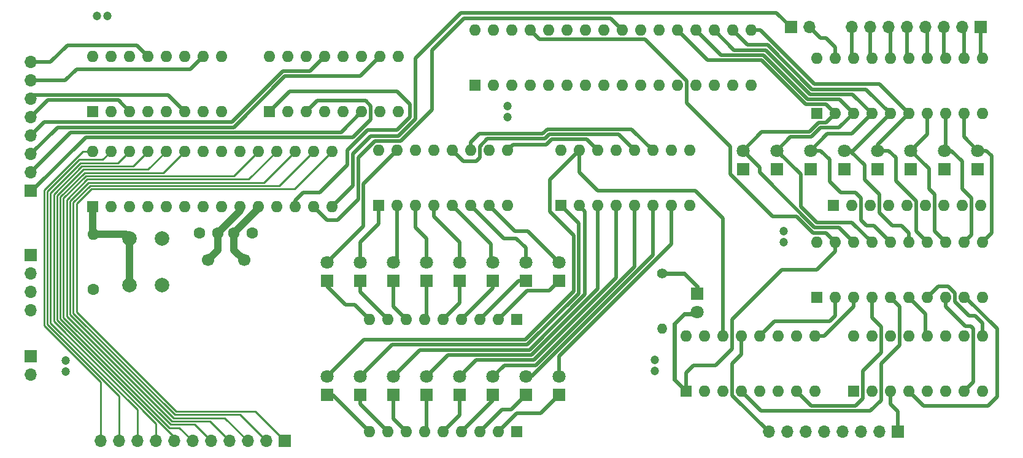
<source format=gbr>
%TF.GenerationSoftware,KiCad,Pcbnew,(5.1.9-0-10_14)*%
%TF.CreationDate,2021-05-02T01:57:54-04:00*%
%TF.ProjectId,RAM_PROGRAMMER,52414d5f-5052-44f4-9752-414d4d45522e,rev?*%
%TF.SameCoordinates,Original*%
%TF.FileFunction,Copper,L1,Top*%
%TF.FilePolarity,Positive*%
%FSLAX46Y46*%
G04 Gerber Fmt 4.6, Leading zero omitted, Abs format (unit mm)*
G04 Created by KiCad (PCBNEW (5.1.9-0-10_14)) date 2021-05-02 01:57:54*
%MOMM*%
%LPD*%
G01*
G04 APERTURE LIST*
%TA.AperFunction,ComponentPad*%
%ADD10O,1.400000X1.400000*%
%TD*%
%TA.AperFunction,ComponentPad*%
%ADD11C,1.400000*%
%TD*%
%TA.AperFunction,ComponentPad*%
%ADD12C,1.800000*%
%TD*%
%TA.AperFunction,ComponentPad*%
%ADD13R,1.800000X1.800000*%
%TD*%
%TA.AperFunction,ComponentPad*%
%ADD14O,1.700000X1.700000*%
%TD*%
%TA.AperFunction,ComponentPad*%
%ADD15R,1.700000X1.700000*%
%TD*%
%TA.AperFunction,ComponentPad*%
%ADD16C,1.200000*%
%TD*%
%TA.AperFunction,ComponentPad*%
%ADD17O,1.600000X1.600000*%
%TD*%
%TA.AperFunction,ComponentPad*%
%ADD18R,1.600000X1.600000*%
%TD*%
%TA.AperFunction,ComponentPad*%
%ADD19C,1.700000*%
%TD*%
%TA.AperFunction,ComponentPad*%
%ADD20C,2.000000*%
%TD*%
%TA.AperFunction,ComponentPad*%
%ADD21C,1.600000*%
%TD*%
%TA.AperFunction,Conductor*%
%ADD22C,1.000000*%
%TD*%
%TA.AperFunction,Conductor*%
%ADD23C,0.500000*%
%TD*%
%TA.AperFunction,Conductor*%
%ADD24C,0.600000*%
%TD*%
%TA.AperFunction,Conductor*%
%ADD25C,0.250000*%
%TD*%
G04 APERTURE END LIST*
D10*
%TO.P,R2,2*%
%TO.N,GND*%
X174220000Y-122174000D03*
D11*
%TO.P,R2,1*%
%TO.N,Net-(D25-Pad1)*%
X174220000Y-114554000D03*
%TD*%
D12*
%TO.P,D25,2*%
%TO.N,/RAM_WE*%
X179046000Y-119888000D03*
D13*
%TO.P,D25,1*%
%TO.N,Net-(D25-Pad1)*%
X179046000Y-117348000D03*
%TD*%
D14*
%TO.P,J7,11*%
%TO.N,Net-(J7-Pad11)*%
X96750000Y-137668000D03*
%TO.P,J7,10*%
%TO.N,Net-(J7-Pad10)*%
X99290000Y-137668000D03*
%TO.P,J7,9*%
%TO.N,Net-(J7-Pad9)*%
X101830000Y-137668000D03*
%TO.P,J7,8*%
%TO.N,Net-(J7-Pad8)*%
X104370000Y-137668000D03*
%TO.P,J7,7*%
%TO.N,Net-(J7-Pad7)*%
X106910000Y-137668000D03*
%TO.P,J7,6*%
%TO.N,Net-(J7-Pad6)*%
X109450000Y-137668000D03*
%TO.P,J7,5*%
%TO.N,Net-(J7-Pad5)*%
X111990000Y-137668000D03*
%TO.P,J7,4*%
%TO.N,Net-(J7-Pad4)*%
X114530000Y-137668000D03*
%TO.P,J7,3*%
%TO.N,Net-(J7-Pad3)*%
X117070000Y-137668000D03*
%TO.P,J7,2*%
%TO.N,Net-(J7-Pad2)*%
X119610000Y-137668000D03*
D15*
%TO.P,J7,1*%
%TO.N,Net-(J7-Pad1)*%
X122150000Y-137668000D03*
%TD*%
D14*
%TO.P,J6,4*%
%TO.N,GND*%
X87098000Y-119634000D03*
%TO.P,J6,3*%
%TO.N,/RESET*%
X87098000Y-117094000D03*
%TO.P,J6,2*%
%TO.N,/TX*%
X87098000Y-114554000D03*
D15*
%TO.P,J6,1*%
%TO.N,/RX*%
X87098000Y-112014000D03*
%TD*%
D16*
%TO.P,C7,2*%
%TO.N,GND*%
X97742000Y-78994000D03*
%TO.P,C7,1*%
%TO.N,+5V*%
X96242000Y-78994000D03*
%TD*%
D14*
%TO.P,J5,2*%
%TO.N,/RAM_OUT*%
X194540000Y-80518000D03*
D15*
%TO.P,J5,1*%
%TO.N,/RAM_READY*%
X192000000Y-80518000D03*
%TD*%
D17*
%TO.P,U10,20*%
%TO.N,+5V*%
X195556000Y-84836000D03*
%TO.P,U10,10*%
%TO.N,GND*%
X218416000Y-92456000D03*
%TO.P,U10,19*%
%TO.N,/RAM_OUT*%
X198096000Y-84836000D03*
%TO.P,U10,9*%
%TO.N,Net-(D8-Pad2)*%
X215876000Y-92456000D03*
%TO.P,U10,18*%
%TO.N,Net-(J4-Pad8)*%
X200636000Y-84836000D03*
%TO.P,U10,8*%
%TO.N,Net-(D7-Pad2)*%
X213336000Y-92456000D03*
%TO.P,U10,17*%
%TO.N,Net-(J4-Pad7)*%
X203176000Y-84836000D03*
%TO.P,U10,7*%
%TO.N,Net-(D6-Pad2)*%
X210796000Y-92456000D03*
%TO.P,U10,16*%
%TO.N,Net-(J4-Pad6)*%
X205716000Y-84836000D03*
%TO.P,U10,6*%
%TO.N,Net-(D5-Pad2)*%
X208256000Y-92456000D03*
%TO.P,U10,15*%
%TO.N,Net-(J4-Pad5)*%
X208256000Y-84836000D03*
%TO.P,U10,5*%
%TO.N,Net-(D4-Pad2)*%
X205716000Y-92456000D03*
%TO.P,U10,14*%
%TO.N,Net-(J4-Pad4)*%
X210796000Y-84836000D03*
%TO.P,U10,4*%
%TO.N,Net-(D3-Pad2)*%
X203176000Y-92456000D03*
%TO.P,U10,13*%
%TO.N,Net-(J4-Pad3)*%
X213336000Y-84836000D03*
%TO.P,U10,3*%
%TO.N,Net-(D2-Pad2)*%
X200636000Y-92456000D03*
%TO.P,U10,12*%
%TO.N,Net-(J4-Pad2)*%
X215876000Y-84836000D03*
%TO.P,U10,2*%
%TO.N,Net-(D1-Pad2)*%
X198096000Y-92456000D03*
%TO.P,U10,11*%
%TO.N,Net-(J4-Pad1)*%
X218416000Y-84836000D03*
D18*
%TO.P,U10,1*%
%TO.N,+5V*%
X195556000Y-92456000D03*
%TD*%
D16*
%TO.P,C6,2*%
%TO.N,GND*%
X173204000Y-127992000D03*
%TO.P,C6,1*%
%TO.N,+5V*%
X173204000Y-126492000D03*
%TD*%
D14*
%TO.P,J4,8*%
%TO.N,Net-(J4-Pad8)*%
X200382000Y-80518000D03*
%TO.P,J4,7*%
%TO.N,Net-(J4-Pad7)*%
X202922000Y-80518000D03*
%TO.P,J4,6*%
%TO.N,Net-(J4-Pad6)*%
X205462000Y-80518000D03*
%TO.P,J4,5*%
%TO.N,Net-(J4-Pad5)*%
X208002000Y-80518000D03*
%TO.P,J4,4*%
%TO.N,Net-(J4-Pad4)*%
X210542000Y-80518000D03*
%TO.P,J4,3*%
%TO.N,Net-(J4-Pad3)*%
X213082000Y-80518000D03*
%TO.P,J4,2*%
%TO.N,Net-(J4-Pad2)*%
X215622000Y-80518000D03*
D15*
%TO.P,J4,1*%
%TO.N,Net-(J4-Pad1)*%
X218162000Y-80518000D03*
%TD*%
D19*
%TO.P,Y1,2*%
%TO.N,Net-(C2-Pad2)*%
X116558000Y-112698000D03*
%TO.P,Y1,1*%
%TO.N,Net-(C1-Pad2)*%
X111558000Y-112698000D03*
%TD*%
D17*
%TO.P,U9,16*%
%TO.N,+5V*%
X177546000Y-123190000D03*
%TO.P,U9,8*%
%TO.N,GND*%
X195326000Y-130810000D03*
%TO.P,U9,15*%
X180086000Y-123190000D03*
%TO.P,U9,7*%
%TO.N,/DATA6*%
X192786000Y-130810000D03*
%TO.P,U9,14*%
%TO.N,/D8*%
X182626000Y-123190000D03*
%TO.P,U9,6*%
%TO.N,/DATA_IN6*%
X190246000Y-130810000D03*
%TO.P,U9,13*%
%TO.N,/DATA_IN8*%
X185166000Y-123190000D03*
%TO.P,U9,5*%
%TO.N,/D6*%
X187706000Y-130810000D03*
%TO.P,U9,12*%
%TO.N,/DATA8*%
X187706000Y-123190000D03*
%TO.P,U9,4*%
%TO.N,/DATA5*%
X185166000Y-130810000D03*
%TO.P,U9,11*%
%TO.N,/D7*%
X190246000Y-123190000D03*
%TO.P,U9,3*%
%TO.N,/DATA_IN5*%
X182626000Y-130810000D03*
%TO.P,U9,10*%
%TO.N,/DATA_IN7*%
X192786000Y-123190000D03*
%TO.P,U9,2*%
%TO.N,/D5*%
X180086000Y-130810000D03*
%TO.P,U9,9*%
%TO.N,/DATA7*%
X195326000Y-123190000D03*
D18*
%TO.P,U9,1*%
%TO.N,/RAM_WE*%
X177546000Y-130810000D03*
%TD*%
D17*
%TO.P,U8,16*%
%TO.N,+5V*%
X200660000Y-123190000D03*
%TO.P,U8,8*%
%TO.N,GND*%
X218440000Y-130810000D03*
%TO.P,U8,15*%
X203200000Y-123190000D03*
%TO.P,U8,7*%
%TO.N,/DATA2*%
X215900000Y-130810000D03*
%TO.P,U8,14*%
%TO.N,/D4*%
X205740000Y-123190000D03*
%TO.P,U8,6*%
%TO.N,/DATA_IN2*%
X213360000Y-130810000D03*
%TO.P,U8,13*%
%TO.N,/DATA_IN4*%
X208280000Y-123190000D03*
%TO.P,U8,5*%
%TO.N,/D2*%
X210820000Y-130810000D03*
%TO.P,U8,12*%
%TO.N,/DATA4*%
X210820000Y-123190000D03*
%TO.P,U8,4*%
%TO.N,/DATA1*%
X208280000Y-130810000D03*
%TO.P,U8,11*%
%TO.N,/D3*%
X213360000Y-123190000D03*
%TO.P,U8,3*%
%TO.N,/DATA_IN1*%
X205740000Y-130810000D03*
%TO.P,U8,10*%
%TO.N,/DATA_IN3*%
X215900000Y-123190000D03*
%TO.P,U8,2*%
%TO.N,/D1*%
X203200000Y-130810000D03*
%TO.P,U8,9*%
%TO.N,/DATA3*%
X218440000Y-123190000D03*
D18*
%TO.P,U8,1*%
%TO.N,/PROG_RAM_WE*%
X200660000Y-130810000D03*
%TD*%
D17*
%TO.P,U7,16*%
%TO.N,+5V*%
X95710000Y-84582000D03*
%TO.P,U7,8*%
%TO.N,GND*%
X113490000Y-92202000D03*
%TO.P,U7,15*%
X98250000Y-84582000D03*
%TO.P,U7,7*%
%TO.N,/A6*%
X110950000Y-92202000D03*
%TO.P,U7,14*%
%TO.N,/ADR8*%
X100790000Y-84582000D03*
%TO.P,U7,6*%
%TO.N,/ADR_IN6*%
X108410000Y-92202000D03*
%TO.P,U7,13*%
%TO.N,/ADR_IN8*%
X103330000Y-84582000D03*
%TO.P,U7,5*%
%TO.N,/ADR6*%
X105870000Y-92202000D03*
%TO.P,U7,12*%
%TO.N,/A8*%
X105870000Y-84582000D03*
%TO.P,U7,4*%
%TO.N,/A5*%
X103330000Y-92202000D03*
%TO.P,U7,11*%
%TO.N,/ADR7*%
X108410000Y-84582000D03*
%TO.P,U7,3*%
%TO.N,/ADR_IN5*%
X100790000Y-92202000D03*
%TO.P,U7,10*%
%TO.N,/ADR_IN7*%
X110950000Y-84582000D03*
%TO.P,U7,2*%
%TO.N,/ADR5*%
X98250000Y-92202000D03*
%TO.P,U7,9*%
%TO.N,/A7*%
X113490000Y-84582000D03*
D18*
%TO.P,U7,1*%
%TO.N,/RAM_WE*%
X95710000Y-92202000D03*
%TD*%
D17*
%TO.P,U6,16*%
%TO.N,+5V*%
X120094000Y-84582000D03*
%TO.P,U6,8*%
%TO.N,GND*%
X137874000Y-92202000D03*
%TO.P,U6,15*%
X122634000Y-84582000D03*
%TO.P,U6,7*%
%TO.N,/A2*%
X135334000Y-92202000D03*
%TO.P,U6,14*%
%TO.N,/ADR4*%
X125174000Y-84582000D03*
%TO.P,U6,6*%
%TO.N,/ADR_IN2*%
X132794000Y-92202000D03*
%TO.P,U6,13*%
%TO.N,/ADR_IN4*%
X127714000Y-84582000D03*
%TO.P,U6,5*%
%TO.N,/ADR2*%
X130254000Y-92202000D03*
%TO.P,U6,12*%
%TO.N,/A4*%
X130254000Y-84582000D03*
%TO.P,U6,4*%
%TO.N,/A1*%
X127714000Y-92202000D03*
%TO.P,U6,11*%
%TO.N,/ADR3*%
X132794000Y-84582000D03*
%TO.P,U6,3*%
%TO.N,/ADR_IN1*%
X125174000Y-92202000D03*
%TO.P,U6,10*%
%TO.N,/ADR_IN3*%
X135334000Y-84582000D03*
%TO.P,U6,2*%
%TO.N,/ADR1*%
X122634000Y-92202000D03*
%TO.P,U6,9*%
%TO.N,/A3*%
X137874000Y-84582000D03*
D18*
%TO.P,U6,1*%
%TO.N,/RAM_WE*%
X120094000Y-92202000D03*
%TD*%
%TO.P,U5,1*%
%TO.N,/D7*%
X160274000Y-105156000D03*
D17*
%TO.P,U5,9*%
%TO.N,Net-(U5-Pad9)*%
X178054000Y-97536000D03*
%TO.P,U5,2*%
%TO.N,/D6*%
X162814000Y-105156000D03*
%TO.P,U5,10*%
%TO.N,+5V*%
X175514000Y-97536000D03*
%TO.P,U5,3*%
%TO.N,/D5*%
X165354000Y-105156000D03*
%TO.P,U5,11*%
%TO.N,/SH_CLK*%
X172974000Y-97536000D03*
%TO.P,U5,4*%
%TO.N,/D4*%
X167894000Y-105156000D03*
%TO.P,U5,12*%
%TO.N,/SH_LATCH*%
X170434000Y-97536000D03*
%TO.P,U5,5*%
%TO.N,/D3*%
X170434000Y-105156000D03*
%TO.P,U5,13*%
%TO.N,/SH_OE*%
X167894000Y-97536000D03*
%TO.P,U5,6*%
%TO.N,/D2*%
X172974000Y-105156000D03*
%TO.P,U5,14*%
%TO.N,Net-(U3-Pad9)*%
X165354000Y-97536000D03*
%TO.P,U5,7*%
%TO.N,/D1*%
X175514000Y-105156000D03*
%TO.P,U5,15*%
%TO.N,/D8*%
X162814000Y-97536000D03*
%TO.P,U5,8*%
%TO.N,GND*%
X178054000Y-105156000D03*
%TO.P,U5,16*%
%TO.N,+5V*%
X160274000Y-97536000D03*
%TD*%
%TO.P,U4,20*%
%TO.N,+5V*%
X195556000Y-110236000D03*
%TO.P,U4,10*%
%TO.N,GND*%
X218416000Y-117856000D03*
%TO.P,U4,19*%
%TO.N,/RAM_WE*%
X198096000Y-110236000D03*
%TO.P,U4,9*%
%TO.N,/DATA1*%
X215876000Y-117856000D03*
%TO.P,U4,18*%
%TO.N,Net-(D1-Pad2)*%
X200636000Y-110236000D03*
%TO.P,U4,8*%
%TO.N,/DATA2*%
X213336000Y-117856000D03*
%TO.P,U4,17*%
%TO.N,Net-(D2-Pad2)*%
X203176000Y-110236000D03*
%TO.P,U4,7*%
%TO.N,/DATA3*%
X210796000Y-117856000D03*
%TO.P,U4,16*%
%TO.N,Net-(D3-Pad2)*%
X205716000Y-110236000D03*
%TO.P,U4,6*%
%TO.N,/DATA4*%
X208256000Y-117856000D03*
%TO.P,U4,15*%
%TO.N,Net-(D4-Pad2)*%
X208256000Y-110236000D03*
%TO.P,U4,5*%
%TO.N,/DATA5*%
X205716000Y-117856000D03*
%TO.P,U4,14*%
%TO.N,Net-(D5-Pad2)*%
X210796000Y-110236000D03*
%TO.P,U4,4*%
%TO.N,/DATA6*%
X203176000Y-117856000D03*
%TO.P,U4,13*%
%TO.N,Net-(D6-Pad2)*%
X213336000Y-110236000D03*
%TO.P,U4,3*%
%TO.N,/DATA7*%
X200636000Y-117856000D03*
%TO.P,U4,12*%
%TO.N,Net-(D7-Pad2)*%
X215876000Y-110236000D03*
%TO.P,U4,2*%
%TO.N,/DATA8*%
X198096000Y-117856000D03*
%TO.P,U4,11*%
%TO.N,Net-(D8-Pad2)*%
X218416000Y-110236000D03*
D18*
%TO.P,U4,1*%
%TO.N,+5V*%
X195556000Y-117856000D03*
%TD*%
D17*
%TO.P,U3,16*%
%TO.N,+5V*%
X135128000Y-97536000D03*
%TO.P,U3,8*%
%TO.N,GND*%
X152908000Y-105156000D03*
%TO.P,U3,15*%
%TO.N,/ADR8*%
X137668000Y-97536000D03*
%TO.P,U3,7*%
%TO.N,/ADR1*%
X150368000Y-105156000D03*
%TO.P,U3,14*%
%TO.N,/SH_DATA*%
X140208000Y-97536000D03*
%TO.P,U3,6*%
%TO.N,/ADR2*%
X147828000Y-105156000D03*
%TO.P,U3,13*%
%TO.N,/SH_OE*%
X142748000Y-97536000D03*
%TO.P,U3,5*%
%TO.N,/ADR3*%
X145288000Y-105156000D03*
%TO.P,U3,12*%
%TO.N,/SH_LATCH*%
X145288000Y-97536000D03*
%TO.P,U3,4*%
%TO.N,/ADR4*%
X142748000Y-105156000D03*
%TO.P,U3,11*%
%TO.N,/SH_CLK*%
X147828000Y-97536000D03*
%TO.P,U3,3*%
%TO.N,/ADR5*%
X140208000Y-105156000D03*
%TO.P,U3,10*%
%TO.N,+5V*%
X150368000Y-97536000D03*
%TO.P,U3,2*%
%TO.N,/ADR6*%
X137668000Y-105156000D03*
%TO.P,U3,9*%
%TO.N,Net-(U3-Pad9)*%
X152908000Y-97536000D03*
D18*
%TO.P,U3,1*%
%TO.N,/ADR7*%
X135128000Y-105156000D03*
%TD*%
D17*
%TO.P,U2,32*%
%TO.N,+5V*%
X148410000Y-80946000D03*
%TO.P,U2,16*%
%TO.N,GND*%
X186510000Y-88566000D03*
%TO.P,U2,31*%
X150950000Y-80946000D03*
%TO.P,U2,15*%
%TO.N,Net-(D6-Pad2)*%
X183970000Y-88566000D03*
%TO.P,U2,30*%
%TO.N,+5V*%
X153490000Y-80946000D03*
%TO.P,U2,14*%
%TO.N,Net-(D7-Pad2)*%
X181430000Y-88566000D03*
%TO.P,U2,29*%
%TO.N,/RAM_WE*%
X156030000Y-80946000D03*
%TO.P,U2,13*%
%TO.N,Net-(D8-Pad2)*%
X178890000Y-88566000D03*
%TO.P,U2,28*%
%TO.N,GND*%
X158570000Y-80946000D03*
%TO.P,U2,12*%
%TO.N,/A1*%
X176350000Y-88566000D03*
%TO.P,U2,27*%
%TO.N,GND*%
X161110000Y-80946000D03*
%TO.P,U2,11*%
%TO.N,/A2*%
X173810000Y-88566000D03*
%TO.P,U2,26*%
%TO.N,GND*%
X163650000Y-80946000D03*
%TO.P,U2,10*%
%TO.N,/A3*%
X171270000Y-88566000D03*
%TO.P,U2,25*%
%TO.N,GND*%
X166190000Y-80946000D03*
%TO.P,U2,9*%
%TO.N,/A4*%
X168730000Y-88566000D03*
%TO.P,U2,24*%
%TO.N,/RAM_OE*%
X168730000Y-80946000D03*
%TO.P,U2,8*%
%TO.N,/A5*%
X166190000Y-88566000D03*
%TO.P,U2,23*%
%TO.N,GND*%
X171270000Y-80946000D03*
%TO.P,U2,7*%
%TO.N,/A6*%
X163650000Y-88566000D03*
%TO.P,U2,22*%
%TO.N,GND*%
X173810000Y-80946000D03*
%TO.P,U2,6*%
%TO.N,/A7*%
X161110000Y-88566000D03*
%TO.P,U2,21*%
%TO.N,Net-(D1-Pad2)*%
X176350000Y-80946000D03*
%TO.P,U2,5*%
%TO.N,/A8*%
X158570000Y-88566000D03*
%TO.P,U2,20*%
%TO.N,Net-(D2-Pad2)*%
X178890000Y-80946000D03*
%TO.P,U2,4*%
%TO.N,GND*%
X156030000Y-88566000D03*
%TO.P,U2,19*%
%TO.N,Net-(D3-Pad2)*%
X181430000Y-80946000D03*
%TO.P,U2,3*%
%TO.N,GND*%
X153490000Y-88566000D03*
%TO.P,U2,18*%
%TO.N,Net-(D4-Pad2)*%
X183970000Y-80946000D03*
%TO.P,U2,2*%
%TO.N,GND*%
X150950000Y-88566000D03*
%TO.P,U2,17*%
%TO.N,Net-(D5-Pad2)*%
X186510000Y-80946000D03*
D18*
%TO.P,U2,1*%
%TO.N,Net-(U2-Pad1)*%
X148410000Y-88566000D03*
%TD*%
D17*
%TO.P,U1,28*%
%TO.N,Net-(J7-Pad11)*%
X95664000Y-97670000D03*
%TO.P,U1,14*%
%TO.N,/RAM_READY*%
X128684000Y-105290000D03*
%TO.P,U1,27*%
%TO.N,Net-(J7-Pad10)*%
X98204000Y-97670000D03*
%TO.P,U1,13*%
%TO.N,/RAM_OE*%
X126144000Y-105290000D03*
%TO.P,U1,26*%
%TO.N,Net-(J7-Pad9)*%
X100744000Y-97670000D03*
%TO.P,U1,12*%
%TO.N,/RAM_WE*%
X123604000Y-105290000D03*
%TO.P,U1,25*%
%TO.N,Net-(J7-Pad8)*%
X103284000Y-97670000D03*
%TO.P,U1,11*%
%TO.N,/SH_OE*%
X121064000Y-105290000D03*
%TO.P,U1,24*%
%TO.N,Net-(J7-Pad7)*%
X105824000Y-97670000D03*
%TO.P,U1,10*%
%TO.N,Net-(C2-Pad2)*%
X118524000Y-105290000D03*
%TO.P,U1,23*%
%TO.N,Net-(J7-Pad6)*%
X108364000Y-97670000D03*
%TO.P,U1,9*%
%TO.N,Net-(C1-Pad2)*%
X115984000Y-105290000D03*
%TO.P,U1,22*%
%TO.N,GND*%
X110904000Y-97670000D03*
%TO.P,U1,8*%
X113444000Y-105290000D03*
%TO.P,U1,21*%
%TO.N,Net-(U1-Pad21)*%
X113444000Y-97670000D03*
%TO.P,U1,7*%
%TO.N,+5V*%
X110904000Y-105290000D03*
%TO.P,U1,20*%
X115984000Y-97670000D03*
%TO.P,U1,6*%
%TO.N,/SH_LATCH*%
X108364000Y-105290000D03*
%TO.P,U1,19*%
%TO.N,Net-(J7-Pad5)*%
X118524000Y-97670000D03*
%TO.P,U1,5*%
%TO.N,/SH_CLK*%
X105824000Y-105290000D03*
%TO.P,U1,18*%
%TO.N,Net-(J7-Pad4)*%
X121064000Y-97670000D03*
%TO.P,U1,4*%
%TO.N,/SH_DATA*%
X103284000Y-105290000D03*
%TO.P,U1,17*%
%TO.N,Net-(J7-Pad3)*%
X123604000Y-97670000D03*
%TO.P,U1,3*%
%TO.N,/TX*%
X100744000Y-105290000D03*
%TO.P,U1,16*%
%TO.N,Net-(J7-Pad2)*%
X126144000Y-97670000D03*
%TO.P,U1,2*%
%TO.N,/RX*%
X98204000Y-105290000D03*
%TO.P,U1,15*%
%TO.N,Net-(J7-Pad1)*%
X128684000Y-97670000D03*
D18*
%TO.P,U1,1*%
%TO.N,/RESET*%
X95664000Y-105290000D03*
%TD*%
D20*
%TO.P,SW1,1*%
%TO.N,GND*%
X105230000Y-116174000D03*
%TO.P,SW1,2*%
%TO.N,/RESET*%
X100730000Y-116174000D03*
%TO.P,SW1,1*%
%TO.N,GND*%
X105230000Y-109674000D03*
%TO.P,SW1,2*%
%TO.N,/RESET*%
X100730000Y-109674000D03*
%TD*%
D17*
%TO.P,RN3,9*%
%TO.N,Net-(D10-Pad1)*%
X133834000Y-120904000D03*
%TO.P,RN3,8*%
%TO.N,Net-(D12-Pad1)*%
X136374000Y-120904000D03*
%TO.P,RN3,7*%
%TO.N,Net-(D14-Pad1)*%
X138914000Y-120904000D03*
%TO.P,RN3,6*%
%TO.N,Net-(D16-Pad1)*%
X141454000Y-120904000D03*
%TO.P,RN3,5*%
%TO.N,Net-(D18-Pad1)*%
X143994000Y-120904000D03*
%TO.P,RN3,4*%
%TO.N,Net-(D20-Pad1)*%
X146534000Y-120904000D03*
%TO.P,RN3,3*%
%TO.N,Net-(D22-Pad1)*%
X149074000Y-120904000D03*
%TO.P,RN3,2*%
%TO.N,Net-(D24-Pad1)*%
X151614000Y-120904000D03*
D18*
%TO.P,RN3,1*%
%TO.N,GND*%
X154154000Y-120904000D03*
%TD*%
D17*
%TO.P,RN2,9*%
%TO.N,Net-(D9-Pad1)*%
X133858000Y-136398000D03*
%TO.P,RN2,8*%
%TO.N,Net-(D11-Pad1)*%
X136398000Y-136398000D03*
%TO.P,RN2,7*%
%TO.N,Net-(D13-Pad1)*%
X138938000Y-136398000D03*
%TO.P,RN2,6*%
%TO.N,Net-(D15-Pad1)*%
X141478000Y-136398000D03*
%TO.P,RN2,5*%
%TO.N,Net-(D17-Pad1)*%
X144018000Y-136398000D03*
%TO.P,RN2,4*%
%TO.N,Net-(D19-Pad1)*%
X146558000Y-136398000D03*
%TO.P,RN2,3*%
%TO.N,Net-(D21-Pad1)*%
X149098000Y-136398000D03*
%TO.P,RN2,2*%
%TO.N,Net-(D23-Pad1)*%
X151638000Y-136398000D03*
D18*
%TO.P,RN2,1*%
%TO.N,GND*%
X154178000Y-136398000D03*
%TD*%
D17*
%TO.P,RN1,9*%
%TO.N,Net-(D8-Pad1)*%
X218162000Y-105156000D03*
%TO.P,RN1,8*%
%TO.N,Net-(D7-Pad1)*%
X215622000Y-105156000D03*
%TO.P,RN1,7*%
%TO.N,Net-(D6-Pad1)*%
X213082000Y-105156000D03*
%TO.P,RN1,6*%
%TO.N,Net-(D5-Pad1)*%
X210542000Y-105156000D03*
%TO.P,RN1,5*%
%TO.N,Net-(D4-Pad1)*%
X208002000Y-105156000D03*
%TO.P,RN1,4*%
%TO.N,Net-(D3-Pad1)*%
X205462000Y-105156000D03*
%TO.P,RN1,3*%
%TO.N,Net-(D2-Pad1)*%
X202922000Y-105156000D03*
%TO.P,RN1,2*%
%TO.N,Net-(D1-Pad1)*%
X200382000Y-105156000D03*
D18*
%TO.P,RN1,1*%
%TO.N,GND*%
X197842000Y-105156000D03*
%TD*%
D17*
%TO.P,R1,2*%
%TO.N,/RESET*%
X95730000Y-109154000D03*
D21*
%TO.P,R1,1*%
%TO.N,+5V*%
X95730000Y-116774000D03*
%TD*%
D14*
%TO.P,J3,8*%
%TO.N,/DATA_IN8*%
X188952000Y-136398000D03*
%TO.P,J3,7*%
%TO.N,/DATA_IN7*%
X191492000Y-136398000D03*
%TO.P,J3,6*%
%TO.N,/DATA_IN6*%
X194032000Y-136398000D03*
%TO.P,J3,5*%
%TO.N,/DATA_IN5*%
X196572000Y-136398000D03*
%TO.P,J3,4*%
%TO.N,/DATA_IN4*%
X199112000Y-136398000D03*
%TO.P,J3,3*%
%TO.N,/DATA_IN3*%
X201652000Y-136398000D03*
%TO.P,J3,2*%
%TO.N,/DATA_IN2*%
X204192000Y-136398000D03*
D15*
%TO.P,J3,1*%
%TO.N,/DATA_IN1*%
X206732000Y-136398000D03*
%TD*%
D14*
%TO.P,J2,8*%
%TO.N,/ADR_IN8*%
X87098000Y-85368000D03*
%TO.P,J2,7*%
%TO.N,/ADR_IN7*%
X87098000Y-87908000D03*
%TO.P,J2,6*%
%TO.N,/ADR_IN6*%
X87098000Y-90448000D03*
%TO.P,J2,5*%
%TO.N,/ADR_IN5*%
X87098000Y-92988000D03*
%TO.P,J2,4*%
%TO.N,/ADR_IN4*%
X87098000Y-95528000D03*
%TO.P,J2,3*%
%TO.N,/ADR_IN3*%
X87098000Y-98068000D03*
%TO.P,J2,2*%
%TO.N,/ADR_IN2*%
X87098000Y-100608000D03*
D15*
%TO.P,J2,1*%
%TO.N,/ADR_IN1*%
X87098000Y-103148000D03*
%TD*%
D14*
%TO.P,J1,2*%
%TO.N,+5V*%
X87098000Y-128524000D03*
D15*
%TO.P,J1,1*%
%TO.N,GND*%
X87098000Y-125984000D03*
%TD*%
D12*
%TO.P,D24,2*%
%TO.N,/ADR1*%
X160020000Y-113030000D03*
D13*
%TO.P,D24,1*%
%TO.N,Net-(D24-Pad1)*%
X160020000Y-115570000D03*
%TD*%
D12*
%TO.P,D23,2*%
%TO.N,/D1*%
X160020000Y-128778000D03*
D13*
%TO.P,D23,1*%
%TO.N,Net-(D23-Pad1)*%
X160020000Y-131318000D03*
%TD*%
D12*
%TO.P,D22,2*%
%TO.N,/ADR2*%
X155448000Y-113030000D03*
D13*
%TO.P,D22,1*%
%TO.N,Net-(D22-Pad1)*%
X155448000Y-115570000D03*
%TD*%
D12*
%TO.P,D21,2*%
%TO.N,/D2*%
X155448000Y-128778000D03*
D13*
%TO.P,D21,1*%
%TO.N,Net-(D21-Pad1)*%
X155448000Y-131318000D03*
%TD*%
D12*
%TO.P,D20,2*%
%TO.N,/ADR3*%
X150876000Y-113030000D03*
D13*
%TO.P,D20,1*%
%TO.N,Net-(D20-Pad1)*%
X150876000Y-115570000D03*
%TD*%
D12*
%TO.P,D19,2*%
%TO.N,/D3*%
X150876000Y-128778000D03*
D13*
%TO.P,D19,1*%
%TO.N,Net-(D19-Pad1)*%
X150876000Y-131318000D03*
%TD*%
D12*
%TO.P,D18,2*%
%TO.N,/ADR4*%
X146304000Y-113030000D03*
D13*
%TO.P,D18,1*%
%TO.N,Net-(D18-Pad1)*%
X146304000Y-115570000D03*
%TD*%
D12*
%TO.P,D17,2*%
%TO.N,/D4*%
X146304000Y-128778000D03*
D13*
%TO.P,D17,1*%
%TO.N,Net-(D17-Pad1)*%
X146304000Y-131318000D03*
%TD*%
D12*
%TO.P,D16,2*%
%TO.N,/ADR5*%
X141732000Y-113030000D03*
D13*
%TO.P,D16,1*%
%TO.N,Net-(D16-Pad1)*%
X141732000Y-115570000D03*
%TD*%
D12*
%TO.P,D15,2*%
%TO.N,/D5*%
X141732000Y-128778000D03*
D13*
%TO.P,D15,1*%
%TO.N,Net-(D15-Pad1)*%
X141732000Y-131318000D03*
%TD*%
D12*
%TO.P,D14,2*%
%TO.N,/ADR6*%
X137160000Y-113030000D03*
D13*
%TO.P,D14,1*%
%TO.N,Net-(D14-Pad1)*%
X137160000Y-115570000D03*
%TD*%
D12*
%TO.P,D13,2*%
%TO.N,/D6*%
X137160000Y-128778000D03*
D13*
%TO.P,D13,1*%
%TO.N,Net-(D13-Pad1)*%
X137160000Y-131318000D03*
%TD*%
D12*
%TO.P,D12,2*%
%TO.N,/ADR7*%
X132588000Y-113030000D03*
D13*
%TO.P,D12,1*%
%TO.N,Net-(D12-Pad1)*%
X132588000Y-115570000D03*
%TD*%
D12*
%TO.P,D11,2*%
%TO.N,/D7*%
X132588000Y-128778000D03*
D13*
%TO.P,D11,1*%
%TO.N,Net-(D11-Pad1)*%
X132588000Y-131318000D03*
%TD*%
D12*
%TO.P,D10,2*%
%TO.N,/ADR8*%
X128016000Y-113030000D03*
D13*
%TO.P,D10,1*%
%TO.N,Net-(D10-Pad1)*%
X128016000Y-115570000D03*
%TD*%
D12*
%TO.P,D9,2*%
%TO.N,/D8*%
X128016000Y-128778000D03*
D13*
%TO.P,D9,1*%
%TO.N,Net-(D9-Pad1)*%
X128016000Y-131318000D03*
%TD*%
D12*
%TO.P,D8,2*%
%TO.N,Net-(D8-Pad2)*%
X217754000Y-97572000D03*
D13*
%TO.P,D8,1*%
%TO.N,Net-(D8-Pad1)*%
X217754000Y-100112000D03*
%TD*%
D12*
%TO.P,D7,2*%
%TO.N,Net-(D7-Pad2)*%
X213154000Y-97572000D03*
D13*
%TO.P,D7,1*%
%TO.N,Net-(D7-Pad1)*%
X213154000Y-100112000D03*
%TD*%
D12*
%TO.P,D6,2*%
%TO.N,Net-(D6-Pad2)*%
X208554000Y-97572000D03*
D13*
%TO.P,D6,1*%
%TO.N,Net-(D6-Pad1)*%
X208554000Y-100112000D03*
%TD*%
D12*
%TO.P,D5,2*%
%TO.N,Net-(D5-Pad2)*%
X203954000Y-97572000D03*
D13*
%TO.P,D5,1*%
%TO.N,Net-(D5-Pad1)*%
X203954000Y-100112000D03*
%TD*%
D12*
%TO.P,D4,2*%
%TO.N,Net-(D4-Pad2)*%
X199354000Y-97572000D03*
D13*
%TO.P,D4,1*%
%TO.N,Net-(D4-Pad1)*%
X199354000Y-100112000D03*
%TD*%
D12*
%TO.P,D3,2*%
%TO.N,Net-(D3-Pad2)*%
X194704000Y-97572000D03*
D13*
%TO.P,D3,1*%
%TO.N,Net-(D3-Pad1)*%
X194704000Y-100112000D03*
%TD*%
D12*
%TO.P,D2,2*%
%TO.N,Net-(D2-Pad2)*%
X190054000Y-97572000D03*
D13*
%TO.P,D2,1*%
%TO.N,Net-(D2-Pad1)*%
X190054000Y-100112000D03*
%TD*%
D12*
%TO.P,D1,2*%
%TO.N,Net-(D1-Pad2)*%
X185404000Y-97572000D03*
D13*
%TO.P,D1,1*%
%TO.N,Net-(D1-Pad1)*%
X185404000Y-100112000D03*
%TD*%
D16*
%TO.P,C5,2*%
%TO.N,GND*%
X190984000Y-108736000D03*
%TO.P,C5,1*%
%TO.N,+5V*%
X190984000Y-110236000D03*
%TD*%
%TO.P,C4,2*%
%TO.N,GND*%
X152884000Y-91464000D03*
%TO.P,C4,1*%
%TO.N,+5V*%
X152884000Y-92964000D03*
%TD*%
%TO.P,C3,2*%
%TO.N,GND*%
X91948000Y-126550000D03*
%TO.P,C3,1*%
%TO.N,+5V*%
X91948000Y-128050000D03*
%TD*%
D21*
%TO.P,C2,2*%
%TO.N,Net-(C2-Pad2)*%
X115178000Y-108952000D03*
%TO.P,C2,1*%
%TO.N,GND*%
X117678000Y-108952000D03*
%TD*%
%TO.P,C1,2*%
%TO.N,Net-(C1-Pad2)*%
X112916000Y-108966000D03*
%TO.P,C1,1*%
%TO.N,GND*%
X110416000Y-108966000D03*
%TD*%
D22*
%TO.N,Net-(C1-Pad2)*%
X112916000Y-111340000D02*
X111558000Y-112698000D01*
X112916000Y-108966000D02*
X112916000Y-111340000D01*
X115984000Y-105898000D02*
X112916000Y-108966000D01*
X115984000Y-105290000D02*
X115984000Y-105898000D01*
%TO.N,Net-(C2-Pad2)*%
X115178000Y-111318000D02*
X116558000Y-112698000D01*
X115178000Y-108952000D02*
X115178000Y-111318000D01*
X118524000Y-105606000D02*
X115178000Y-108952000D01*
X118524000Y-105290000D02*
X118524000Y-105606000D01*
D23*
%TO.N,/ADR_IN8*%
X92178000Y-83058000D02*
X101806000Y-83058000D01*
X101806000Y-83058000D02*
X103330000Y-84582000D01*
X89868000Y-85368000D02*
X92178000Y-83058000D01*
X87098000Y-85368000D02*
X89868000Y-85368000D01*
%TO.N,/ADR_IN7*%
X87098000Y-87908000D02*
X91900000Y-87908000D01*
X91900000Y-87908000D02*
X93448000Y-86360000D01*
X109172000Y-86360000D02*
X110950000Y-84582000D01*
X93448000Y-86360000D02*
X109172000Y-86360000D01*
%TO.N,/ADR_IN6*%
X87630000Y-89916000D02*
X106124000Y-89916000D01*
X87098000Y-90448000D02*
X87630000Y-89916000D01*
X106124000Y-89916000D02*
X108410000Y-92202000D01*
%TO.N,/ADR_IN5*%
X87098000Y-92988000D02*
X89469989Y-90616011D01*
X89469989Y-90616011D02*
X99204011Y-90616011D01*
X99204011Y-90616011D02*
X100790000Y-92202000D01*
%TO.N,/ADR_IN4*%
X114852033Y-93657967D02*
X121896000Y-86614000D01*
X125682000Y-86614000D02*
X127714000Y-84582000D01*
X121896000Y-86614000D02*
X125682000Y-86614000D01*
X88968033Y-93657967D02*
X114852033Y-93657967D01*
X87098000Y-95528000D02*
X88968033Y-93657967D01*
%TO.N,/ADR_IN3*%
X90808022Y-94357978D02*
X115141987Y-94357978D01*
X115141987Y-94357978D02*
X122185954Y-87314011D01*
X87098000Y-98068000D02*
X90808022Y-94357978D01*
X122185954Y-87314011D02*
X132601989Y-87314011D01*
X132601989Y-87314011D02*
X135334000Y-84582000D01*
%TO.N,/ADR_IN2*%
X87098000Y-100608000D02*
X92648011Y-95057989D01*
X92648011Y-95057989D02*
X129938011Y-95057989D01*
X129938011Y-95057989D02*
X132794000Y-92202000D01*
%TO.N,/ADR_IN1*%
X126698000Y-90678000D02*
X125174000Y-92202000D01*
X134044001Y-93261999D02*
X134044001Y-91396001D01*
X94718000Y-95758000D02*
X131548000Y-95758000D01*
X133326000Y-90678000D02*
X126698000Y-90678000D01*
X87328000Y-103148000D02*
X94718000Y-95758000D01*
X87098000Y-103148000D02*
X87328000Y-103148000D01*
X134044001Y-91396001D02*
X133326000Y-90678000D01*
X131548000Y-95758000D02*
X134044001Y-93261999D01*
%TO.N,/RAM_OE*%
X134596000Y-96266000D02*
X132310000Y-98552000D01*
X132310000Y-104335001D02*
X129457001Y-107188000D01*
X138152000Y-96266000D02*
X134596000Y-96266000D01*
X132310000Y-98552000D02*
X132310000Y-104335001D01*
X142470000Y-91948000D02*
X138152000Y-96266000D01*
X146864000Y-79324000D02*
X142470000Y-83718000D01*
X142470000Y-83718000D02*
X142470000Y-91948000D01*
X128042000Y-107188000D02*
X126144000Y-105290000D01*
X129457001Y-107188000D02*
X128042000Y-107188000D01*
X167108000Y-79324000D02*
X146864000Y-79324000D01*
X168730000Y-80946000D02*
X167108000Y-79324000D01*
%TO.N,/RAM_WE*%
X120094000Y-92202000D02*
X122888000Y-89408000D01*
X122888000Y-89408000D02*
X137644000Y-89408000D01*
X137644000Y-89408000D02*
X139422000Y-91186000D01*
X139422000Y-91186000D02*
X139422000Y-92964000D01*
X139422000Y-92964000D02*
X137644000Y-94742000D01*
X137644000Y-94742000D02*
X133580000Y-94742000D01*
X133580000Y-94742000D02*
X130786000Y-97536000D01*
X130786000Y-97536000D02*
X130786000Y-99568000D01*
X130786000Y-99568000D02*
X126976000Y-103378000D01*
X126976000Y-103378000D02*
X124690000Y-103378000D01*
X123604000Y-104464000D02*
X123604000Y-105290000D01*
X124690000Y-103378000D02*
X123604000Y-104464000D01*
X195067999Y-108985999D02*
X196845999Y-108985999D01*
X192762000Y-106680000D02*
X195067999Y-108985999D01*
X189460000Y-106680000D02*
X192762000Y-106680000D01*
X183618000Y-100838000D02*
X189460000Y-106680000D01*
X177600001Y-91010001D02*
X183618000Y-97028000D01*
X171830003Y-82196001D02*
X177600001Y-87965999D01*
X196845999Y-108985999D02*
X198096000Y-110236000D01*
X157280001Y-82196001D02*
X171830003Y-82196001D01*
X183618000Y-97028000D02*
X183618000Y-100838000D01*
X177600001Y-87965999D02*
X177600001Y-91010001D01*
X156030000Y-80946000D02*
X157280001Y-82196001D01*
X198096000Y-110236000D02*
X198096000Y-111506000D01*
X198096000Y-111506000D02*
X195556000Y-114046000D01*
X195556000Y-114046000D02*
X190730000Y-114046000D01*
X183876001Y-120899999D02*
X183876001Y-124963999D01*
X190730000Y-114046000D02*
X183876001Y-120899999D01*
X183876001Y-124963999D02*
X181586000Y-127254000D01*
X181586000Y-127254000D02*
X178538000Y-127254000D01*
X177546000Y-128246000D02*
X177546000Y-130810000D01*
X178538000Y-127254000D02*
X177546000Y-128246000D01*
D24*
X175934560Y-129198560D02*
X177546000Y-130810000D01*
X177268000Y-120142000D02*
X175934560Y-121475440D01*
X175934560Y-121475440D02*
X175934560Y-129198560D01*
X178792000Y-120142000D02*
X177268000Y-120142000D01*
D22*
X179046000Y-119888000D02*
X178792000Y-120142000D01*
D23*
%TO.N,/SH_LATCH*%
X158690046Y-95311989D02*
X168209990Y-95311990D01*
X158052025Y-95950011D02*
X158690046Y-95311989D01*
X168209990Y-95311990D02*
X170434000Y-97536000D01*
X149098033Y-97003967D02*
X150151989Y-95950011D01*
X150151989Y-95950011D02*
X158052025Y-95950011D01*
X148566000Y-99060000D02*
X149098033Y-98527967D01*
X146812000Y-99060000D02*
X148566000Y-99060000D01*
X149098033Y-98527967D02*
X149098033Y-97003967D01*
X145288000Y-97536000D02*
X146812000Y-99060000D01*
%TO.N,/SH_CLK*%
X170049979Y-94611979D02*
X172974000Y-97536000D01*
X148982630Y-95250000D02*
X157762071Y-95250000D01*
X147828000Y-96404630D02*
X148982630Y-95250000D01*
X147828000Y-97536000D02*
X147828000Y-96404630D01*
X158400092Y-94611979D02*
X170049979Y-94611979D01*
X157762071Y-95250000D02*
X158400092Y-94611979D01*
%TO.N,/ADR1*%
X150368000Y-105156000D02*
X153924000Y-108712000D01*
X155702000Y-108712000D02*
X160020000Y-113030000D01*
X153924000Y-108712000D02*
X155702000Y-108712000D01*
%TO.N,/ADR2*%
X147828000Y-105156000D02*
X152376000Y-109704000D01*
X152376000Y-109704000D02*
X154130000Y-109704000D01*
X155448000Y-111022000D02*
X155448000Y-113030000D01*
X154130000Y-109704000D02*
X155448000Y-111022000D01*
%TO.N,/ADR3*%
X145288000Y-105156000D02*
X150598000Y-110466000D01*
X150598000Y-112752000D02*
X150876000Y-113030000D01*
X150598000Y-110466000D02*
X150598000Y-112752000D01*
%TO.N,/ADR4*%
X142748000Y-105156000D02*
X142748000Y-106704000D01*
X146304000Y-110260000D02*
X146304000Y-113030000D01*
X142748000Y-106704000D02*
X146304000Y-110260000D01*
%TO.N,/ADR5*%
X140208000Y-105156000D02*
X140208000Y-108228000D01*
X141732000Y-109752000D02*
X141732000Y-113030000D01*
X140208000Y-108228000D02*
X141732000Y-109752000D01*
%TO.N,/ADR6*%
X137668000Y-112522000D02*
X137160000Y-113030000D01*
X137668000Y-105156000D02*
X137668000Y-112522000D01*
%TO.N,/ADR7*%
X135128000Y-105156000D02*
X135128000Y-107672000D01*
X132588000Y-110212000D02*
X132588000Y-113030000D01*
X135128000Y-107672000D02*
X132588000Y-110212000D01*
%TO.N,/ADR8*%
X133010011Y-102193989D02*
X133010011Y-108035989D01*
X137668000Y-97536000D02*
X133010011Y-102193989D01*
X133010011Y-108035989D02*
X128016000Y-113030000D01*
%TO.N,/D8*%
X162814000Y-100608000D02*
X162814000Y-97536000D01*
X165330000Y-103124000D02*
X162814000Y-100608000D01*
X182626000Y-106958000D02*
X178792000Y-103124000D01*
X182626000Y-123190000D02*
X182626000Y-106958000D01*
X178792000Y-103124000D02*
X165330000Y-103124000D01*
X162028000Y-117022252D02*
X162028000Y-109320002D01*
X158726000Y-101624000D02*
X162814000Y-97536000D01*
X155352252Y-123698000D02*
X162028000Y-117022252D01*
X128016000Y-128778000D02*
X133096000Y-123698000D01*
X162028000Y-109320002D02*
X158726000Y-106018002D01*
X158726000Y-106018002D02*
X158726000Y-101624000D01*
X133096000Y-123698000D02*
X155352252Y-123698000D01*
%TO.N,/D7*%
X155642205Y-124398011D02*
X136967989Y-124398011D01*
X136967989Y-124398011D02*
X132588000Y-128778000D01*
X160274000Y-105156000D02*
X162728011Y-107610011D01*
X162728011Y-107610011D02*
X162728011Y-117312205D01*
X162728011Y-117312205D02*
X155642205Y-124398011D01*
%TO.N,/D6*%
X140839978Y-125098022D02*
X155932158Y-125098022D01*
X155932158Y-125098022D02*
X163613999Y-117416181D01*
X163613999Y-117416181D02*
X163613999Y-105955999D01*
X163613999Y-105955999D02*
X162814000Y-105156000D01*
X137160000Y-128778000D02*
X140839978Y-125098022D01*
%TO.N,/D5*%
X156222111Y-125798033D02*
X144711967Y-125798033D01*
X165354000Y-116666144D02*
X156222111Y-125798033D01*
X144711967Y-125798033D02*
X141732000Y-128778000D01*
X165354000Y-105156000D02*
X165354000Y-116666144D01*
%TO.N,/D4*%
X148583956Y-126498044D02*
X156512064Y-126498044D01*
X156512064Y-126498044D02*
X167894000Y-115116108D01*
X167894000Y-115116108D02*
X167894000Y-105156000D01*
X146304000Y-128778000D02*
X148583956Y-126498044D01*
%TO.N,/D3*%
X156802017Y-127198055D02*
X152455945Y-127198055D01*
X170434000Y-105156000D02*
X170434000Y-113566072D01*
X170434000Y-113566072D02*
X156802017Y-127198055D01*
X152455945Y-127198055D02*
X150876000Y-128778000D01*
%TO.N,/D2*%
X156212036Y-128778000D02*
X172974000Y-112016036D01*
X172974000Y-112016036D02*
X172974000Y-105156000D01*
X155448000Y-128778000D02*
X156212036Y-128778000D01*
%TO.N,/D1*%
X160020000Y-125960000D02*
X160020000Y-128778000D01*
X175514000Y-105156000D02*
X175514000Y-110466000D01*
X175514000Y-110466000D02*
X160020000Y-125960000D01*
%TO.N,Net-(U3-Pad9)*%
X163830000Y-96012000D02*
X165354000Y-97536000D01*
X158218000Y-96774000D02*
X158980000Y-96012000D01*
X158980000Y-96012000D02*
X163830000Y-96012000D01*
X152908000Y-97536000D02*
X153670000Y-96774000D01*
X153670000Y-96774000D02*
X158218000Y-96774000D01*
%TO.N,Net-(D1-Pad2)*%
X198096000Y-92456000D02*
X196845999Y-93706001D01*
X196845999Y-93706001D02*
X195829999Y-93706001D01*
X195829999Y-93706001D02*
X194540000Y-94996000D01*
X187980000Y-94996000D02*
X185404000Y-97572000D01*
X194540000Y-94996000D02*
X187980000Y-94996000D01*
X198604000Y-108204000D02*
X200636000Y-110236000D01*
X185404000Y-97572000D02*
X187682000Y-99850000D01*
X187682000Y-99850000D02*
X187682000Y-100610036D01*
X195275964Y-108204000D02*
X198604000Y-108204000D01*
X187682000Y-100610036D02*
X195275964Y-108204000D01*
X176350000Y-80946000D02*
X180494000Y-85090000D01*
X180494000Y-85090000D02*
X187936000Y-85090000D01*
X194051999Y-91205999D02*
X196845999Y-91205999D01*
X187936000Y-85090000D02*
X194051999Y-91205999D01*
X196845999Y-91205999D02*
X198096000Y-92456000D01*
%TO.N,Net-(D2-Pad2)*%
X200636000Y-92456000D02*
X198665989Y-94426011D01*
X194829954Y-95696011D02*
X191929989Y-95696011D01*
X196099953Y-94426011D02*
X194829954Y-95696011D01*
X198665989Y-94426011D02*
X196099953Y-94426011D01*
X191929989Y-95696011D02*
X190054000Y-97572000D01*
X190054000Y-97572000D02*
X193341908Y-100859908D01*
X200443989Y-107503989D02*
X203176000Y-110236000D01*
X193341908Y-105279978D02*
X195565917Y-107503989D01*
X195565917Y-107503989D02*
X200443989Y-107503989D01*
X193341908Y-100859908D02*
X193341908Y-105279978D01*
X194341953Y-90505988D02*
X198685988Y-90505988D01*
X198685988Y-90505988D02*
X200636000Y-92456000D01*
X178890000Y-80946000D02*
X182333989Y-84389989D01*
X188225954Y-84389989D02*
X194341953Y-90505988D01*
X182333989Y-84389989D02*
X188225954Y-84389989D01*
%TO.N,Net-(D3-Pad2)*%
X203176000Y-92456000D02*
X200382000Y-95250000D01*
X197026000Y-95250000D02*
X194704000Y-97572000D01*
X200382000Y-95250000D02*
X197026000Y-95250000D01*
X194704000Y-97572000D02*
X196100000Y-97572000D01*
X196100000Y-97572000D02*
X197334000Y-98806000D01*
X197334000Y-98806000D02*
X197334000Y-101854000D01*
X197334000Y-101854000D02*
X198858000Y-103378000D01*
X198858000Y-103378000D02*
X200890000Y-103378000D01*
X201632001Y-104120001D02*
X201632001Y-107168001D01*
X200890000Y-103378000D02*
X201632001Y-104120001D01*
X201632001Y-107168001D02*
X202414000Y-107950000D01*
X203430000Y-107950000D02*
X205716000Y-110236000D01*
X202414000Y-107950000D02*
X203430000Y-107950000D01*
X200525977Y-89805977D02*
X203176000Y-92456000D01*
X181430000Y-80946000D02*
X184173978Y-83689978D01*
X184173978Y-83689978D02*
X188515908Y-83689978D01*
X194631907Y-89805977D02*
X200525977Y-89805977D01*
X188515908Y-83689978D02*
X194631907Y-89805977D01*
%TO.N,Net-(D4-Pad2)*%
X200600000Y-97572000D02*
X199354000Y-97572000D01*
X205716000Y-92456000D02*
X200600000Y-97572000D01*
X207240000Y-107950000D02*
X208256000Y-108966000D01*
X205970000Y-107950000D02*
X207240000Y-107950000D01*
X208256000Y-108966000D02*
X208256000Y-110236000D01*
X204192000Y-103632000D02*
X204192000Y-106172000D01*
X202160000Y-101600000D02*
X204192000Y-103632000D01*
X200164000Y-97572000D02*
X202160000Y-99568000D01*
X204192000Y-106172000D02*
X205970000Y-107950000D01*
X202160000Y-99568000D02*
X202160000Y-101600000D01*
X199354000Y-97572000D02*
X200164000Y-97572000D01*
X183970000Y-80946000D02*
X186013967Y-82989967D01*
X188805862Y-82989967D02*
X194921860Y-89105966D01*
X202365966Y-89105966D02*
X205716000Y-92456000D01*
X194921860Y-89105966D02*
X202365966Y-89105966D01*
X186013967Y-82989967D02*
X188805862Y-82989967D01*
%TO.N,Net-(D5-Pad2)*%
X203954000Y-96758000D02*
X203954000Y-97572000D01*
X208256000Y-92456000D02*
X203954000Y-96758000D01*
X203954000Y-97572000D02*
X205498000Y-97572000D01*
X205498000Y-97572000D02*
X206478000Y-98552000D01*
X206478000Y-101781998D02*
X209272000Y-104575998D01*
X206478000Y-98552000D02*
X206478000Y-101781998D01*
X209272000Y-108712000D02*
X210796000Y-110236000D01*
X209272000Y-104575998D02*
X209272000Y-108712000D01*
X186510000Y-80946000D02*
X187751858Y-80946000D01*
X195211813Y-88405955D02*
X204205955Y-88405955D01*
X187751858Y-80946000D02*
X195211813Y-88405955D01*
X204205955Y-88405955D02*
X208256000Y-92456000D01*
%TO.N,Net-(D6-Pad2)*%
X210796000Y-95330000D02*
X208554000Y-97572000D01*
X210796000Y-92456000D02*
X210796000Y-95330000D01*
X208554000Y-97572000D02*
X211050000Y-100068000D01*
X211050000Y-100068000D02*
X211050000Y-102870000D01*
X211792001Y-108692001D02*
X213336000Y-110236000D01*
X211792001Y-103612001D02*
X211792001Y-108692001D01*
X211050000Y-102870000D02*
X211792001Y-103612001D01*
%TO.N,Net-(D7-Pad2)*%
X213336000Y-97390000D02*
X213154000Y-97572000D01*
X213336000Y-92456000D02*
X213336000Y-97390000D01*
X213154000Y-97572000D02*
X214134000Y-97572000D01*
X214134000Y-97572000D02*
X215622000Y-99060000D01*
X215622000Y-99060000D02*
X215622000Y-102870000D01*
X215622000Y-102870000D02*
X216892000Y-104140000D01*
X216892000Y-109220000D02*
X215876000Y-110236000D01*
X216892000Y-104140000D02*
X216892000Y-109220000D01*
%TO.N,Net-(D8-Pad2)*%
X215876000Y-95694000D02*
X217754000Y-97572000D01*
X215876000Y-92456000D02*
X215876000Y-95694000D01*
X217754000Y-97572000D02*
X218960000Y-97572000D01*
X218960000Y-97572000D02*
X219686000Y-98298000D01*
X219686000Y-108966000D02*
X218416000Y-110236000D01*
X219686000Y-98298000D02*
X219686000Y-108966000D01*
%TO.N,Net-(D9-Pad1)*%
X128778000Y-131318000D02*
X133858000Y-136398000D01*
X128016000Y-131318000D02*
X128778000Y-131318000D01*
%TO.N,Net-(D10-Pad1)*%
X128016000Y-115570000D02*
X128016000Y-116356000D01*
X128016000Y-116356000D02*
X130532000Y-118872000D01*
X131802000Y-118872000D02*
X133834000Y-120904000D01*
X130532000Y-118872000D02*
X131802000Y-118872000D01*
%TO.N,Net-(D11-Pad1)*%
X132588000Y-132588000D02*
X136398000Y-136398000D01*
X132588000Y-131318000D02*
X132588000Y-132588000D01*
%TO.N,Net-(D12-Pad1)*%
X132588000Y-117118000D02*
X136374000Y-120904000D01*
X132588000Y-115570000D02*
X132588000Y-117118000D01*
%TO.N,Net-(D13-Pad1)*%
X137160000Y-134620000D02*
X138938000Y-136398000D01*
X137160000Y-131318000D02*
X137160000Y-134620000D01*
%TO.N,Net-(D14-Pad1)*%
X137160000Y-119150000D02*
X138914000Y-120904000D01*
X137160000Y-115570000D02*
X137160000Y-119150000D01*
%TO.N,Net-(D15-Pad1)*%
X141732000Y-136144000D02*
X141478000Y-136398000D01*
X141732000Y-131318000D02*
X141732000Y-136144000D01*
%TO.N,Net-(D16-Pad1)*%
X141732000Y-120626000D02*
X141454000Y-120904000D01*
X141732000Y-115570000D02*
X141732000Y-120626000D01*
%TO.N,Net-(D17-Pad1)*%
X146304000Y-134112000D02*
X144018000Y-136398000D01*
X146304000Y-131318000D02*
X146304000Y-134112000D01*
%TO.N,Net-(D18-Pad1)*%
X146304000Y-118594000D02*
X143994000Y-120904000D01*
X146304000Y-115570000D02*
X146304000Y-118594000D01*
%TO.N,Net-(D19-Pad1)*%
X150876000Y-132080000D02*
X146558000Y-136398000D01*
X150876000Y-131318000D02*
X150876000Y-132080000D01*
%TO.N,Net-(D20-Pad1)*%
X150876000Y-116562000D02*
X146534000Y-120904000D01*
X150876000Y-115570000D02*
X150876000Y-116562000D01*
%TO.N,Net-(D21-Pad1)*%
X149098000Y-136398000D02*
X152146000Y-133350000D01*
X153416000Y-133350000D02*
X155448000Y-131318000D01*
X152146000Y-133350000D02*
X153416000Y-133350000D01*
%TO.N,Net-(D22-Pad1)*%
X154408000Y-115570000D02*
X149074000Y-120904000D01*
X155448000Y-115570000D02*
X154408000Y-115570000D01*
%TO.N,Net-(D23-Pad1)*%
X151638000Y-136398000D02*
X154178000Y-133858000D01*
X157480000Y-133858000D02*
X160020000Y-131318000D01*
X154178000Y-133858000D02*
X157480000Y-133858000D01*
%TO.N,Net-(D24-Pad1)*%
X155597999Y-116920001D02*
X151614000Y-120904000D01*
X158669999Y-116920001D02*
X155597999Y-116920001D01*
X160020000Y-115570000D02*
X158669999Y-116920001D01*
%TO.N,/DATA_IN8*%
X183915999Y-131361999D02*
X183915999Y-126956001D01*
X188952000Y-136398000D02*
X183915999Y-131361999D01*
X185166000Y-125706000D02*
X185166000Y-123190000D01*
X183915999Y-126956001D02*
X185166000Y-125706000D01*
%TO.N,/DATA_IN1*%
X205740000Y-130810000D02*
X205740000Y-132612000D01*
X206732000Y-133604000D02*
X206732000Y-136398000D01*
X205740000Y-132612000D02*
X206732000Y-133604000D01*
%TO.N,/DATA1*%
X215876000Y-117856000D02*
X216103965Y-117856000D01*
X216103965Y-117856000D02*
X220448000Y-122200035D01*
X210312000Y-132842000D02*
X208280000Y-130810000D01*
X220448000Y-122200035D02*
X220448000Y-131572000D01*
X220448000Y-131572000D02*
X219178000Y-132842000D01*
X219178000Y-132842000D02*
X210312000Y-132842000D01*
%TO.N,/DATA2*%
X216094046Y-121858010D02*
X216830010Y-121858010D01*
X213336000Y-117856000D02*
X213336000Y-119099964D01*
X217150001Y-129559999D02*
X215900000Y-130810000D01*
X217150001Y-122178001D02*
X217150001Y-129559999D01*
X213336000Y-119099964D02*
X216094046Y-121858010D01*
X216830010Y-121858010D02*
X217150001Y-122178001D01*
%TO.N,/DATA3*%
X210796000Y-117856000D02*
X212320000Y-116332000D01*
X213662002Y-116332000D02*
X214606000Y-117275998D01*
X212320000Y-116332000D02*
X213662002Y-116332000D01*
X214606000Y-118436002D02*
X216565998Y-120396000D01*
X214606000Y-117275998D02*
X214606000Y-118436002D01*
X216565998Y-120396000D02*
X217400000Y-120396000D01*
X218440000Y-121436000D02*
X218440000Y-123190000D01*
X217400000Y-120396000D02*
X218440000Y-121436000D01*
%TO.N,/DATA4*%
X208256000Y-117856000D02*
X210542000Y-120142000D01*
X210542000Y-122912000D02*
X210820000Y-123190000D01*
X210542000Y-120142000D02*
X210542000Y-122912000D01*
%TO.N,/DATA5*%
X206990001Y-119130001D02*
X206990001Y-124455999D01*
X204450001Y-126995999D02*
X204450001Y-132075999D01*
X204450001Y-132075999D02*
X202983989Y-133542011D01*
X206990001Y-124455999D02*
X204450001Y-126995999D01*
X205716000Y-117856000D02*
X206990001Y-119130001D01*
X202983989Y-133542011D02*
X187898011Y-133542011D01*
X187898011Y-133542011D02*
X185166000Y-130810000D01*
%TO.N,/DATA6*%
X203176000Y-117856000D02*
X203176000Y-120650000D01*
X204450001Y-121924001D02*
X204450001Y-125471999D01*
X203176000Y-120650000D02*
X204450001Y-121924001D01*
X201910001Y-128011999D02*
X201910001Y-131821999D01*
X204450001Y-125471999D02*
X201910001Y-128011999D01*
X201910001Y-131821999D02*
X200890000Y-132842000D01*
X194818000Y-132842000D02*
X192786000Y-130810000D01*
X200890000Y-132842000D02*
X194818000Y-132842000D01*
%TO.N,/DATA7*%
X200636000Y-117856000D02*
X200636000Y-119126000D01*
X196572000Y-123190000D02*
X195326000Y-123190000D01*
X200636000Y-119126000D02*
X196572000Y-123190000D01*
%TO.N,/DATA8*%
X198096000Y-117856000D02*
X198096000Y-120396000D01*
X198096000Y-120396000D02*
X197334000Y-121158000D01*
X189738000Y-121158000D02*
X187706000Y-123190000D01*
X197334000Y-121158000D02*
X189738000Y-121158000D01*
%TO.N,Net-(J4-Pad8)*%
X200382000Y-84582000D02*
X200636000Y-84836000D01*
X200382000Y-80518000D02*
X200382000Y-84582000D01*
%TO.N,Net-(J4-Pad7)*%
X202922000Y-84582000D02*
X203176000Y-84836000D01*
X202922000Y-80518000D02*
X202922000Y-84582000D01*
%TO.N,Net-(J4-Pad6)*%
X205716000Y-80772000D02*
X205462000Y-80518000D01*
X205716000Y-84836000D02*
X205716000Y-80772000D01*
%TO.N,Net-(J4-Pad5)*%
X208002000Y-84582000D02*
X208256000Y-84836000D01*
X208002000Y-80518000D02*
X208002000Y-84582000D01*
%TO.N,Net-(J4-Pad4)*%
X210796000Y-80772000D02*
X210542000Y-80518000D01*
X210796000Y-84836000D02*
X210796000Y-80772000D01*
%TO.N,Net-(J4-Pad3)*%
X213082000Y-84582000D02*
X213336000Y-84836000D01*
X213082000Y-80518000D02*
X213082000Y-84582000D01*
%TO.N,Net-(J4-Pad2)*%
X215876000Y-80772000D02*
X215622000Y-80518000D01*
X215876000Y-84836000D02*
X215876000Y-80772000D01*
%TO.N,Net-(J4-Pad1)*%
X218162000Y-84582000D02*
X218416000Y-84836000D01*
X218162000Y-80518000D02*
X218162000Y-84582000D01*
%TO.N,/RAM_OUT*%
X194540000Y-80518000D02*
X196064000Y-82042000D01*
X196064000Y-82042000D02*
X196826000Y-82042000D01*
X198096000Y-83312000D02*
X198096000Y-84836000D01*
X196826000Y-82042000D02*
X198096000Y-83312000D01*
%TO.N,/RAM_READY*%
X190029990Y-78547990D02*
X146498046Y-78547990D01*
X192000000Y-80518000D02*
X190029990Y-78547990D01*
X146498046Y-78547990D02*
X140245989Y-84800047D01*
X134026011Y-95565989D02*
X131548000Y-98044000D01*
X137862047Y-95565989D02*
X134026011Y-95565989D01*
X131548000Y-98044000D02*
X131548000Y-102426000D01*
X140245989Y-84800047D02*
X140245989Y-93182047D01*
X140245989Y-93182047D02*
X137862047Y-95565989D01*
X131548000Y-102426000D02*
X128684000Y-105290000D01*
D22*
%TO.N,/RESET*%
X100210000Y-109154000D02*
X100730000Y-109674000D01*
X95730000Y-109154000D02*
X100210000Y-109154000D01*
X100730000Y-109674000D02*
X100730000Y-116174000D01*
X95664000Y-109088000D02*
X95730000Y-109154000D01*
X95664000Y-105290000D02*
X95664000Y-109088000D01*
D25*
%TO.N,Net-(J7-Pad5)*%
X91647956Y-104156400D02*
X91647956Y-120619496D01*
X115124044Y-101069956D02*
X94734400Y-101069956D01*
X118524000Y-97670000D02*
X115124044Y-101069956D01*
X106432504Y-135404044D02*
X109726044Y-135404044D01*
X91647956Y-120619496D02*
X106432504Y-135404044D01*
X109726044Y-135404044D02*
X111990000Y-137668000D01*
X94734400Y-101069956D02*
X91647956Y-104156400D01*
%TO.N,Net-(J7-Pad4)*%
X92097967Y-104342800D02*
X92097967Y-120433096D01*
X117214033Y-101519967D02*
X94920800Y-101519967D01*
X92097967Y-120433096D02*
X106618904Y-134954033D01*
X106618904Y-134954033D02*
X111816033Y-134954033D01*
X111816033Y-134954033D02*
X114530000Y-137668000D01*
X121064000Y-97670000D02*
X117214033Y-101519967D01*
X94920800Y-101519967D02*
X92097967Y-104342800D01*
%TO.N,Net-(J7-Pad3)*%
X92547978Y-120246696D02*
X106805304Y-134504022D01*
X123604000Y-97670000D02*
X119304022Y-101969978D01*
X119304022Y-101969978D02*
X95107200Y-101969978D01*
X95107200Y-101969978D02*
X92547978Y-104529200D01*
X106805304Y-134504022D02*
X113906022Y-134504022D01*
X113906022Y-134504022D02*
X117070000Y-137668000D01*
X92547978Y-104529200D02*
X92547978Y-120246696D01*
%TO.N,Net-(J7-Pad2)*%
X92997989Y-120060296D02*
X106991704Y-134054011D01*
X126144000Y-97670000D02*
X121394011Y-102419989D01*
X92997989Y-104715600D02*
X92997989Y-120060296D01*
X121394011Y-102419989D02*
X95293600Y-102419989D01*
X95293600Y-102419989D02*
X92997989Y-104715600D01*
X115996011Y-134054011D02*
X119610000Y-137668000D01*
X106991704Y-134054011D02*
X115996011Y-134054011D01*
%TO.N,Net-(J7-Pad1)*%
X118086000Y-133604000D02*
X122150000Y-137668000D01*
X93448000Y-119873896D02*
X107178104Y-133604000D01*
X107178104Y-133604000D02*
X118086000Y-133604000D01*
X93448000Y-104902000D02*
X93448000Y-119873896D01*
X128684000Y-97670000D02*
X123484000Y-102870000D01*
X95480000Y-102870000D02*
X93448000Y-104902000D01*
X123484000Y-102870000D02*
X95480000Y-102870000D01*
%TO.N,Net-(J7-Pad11)*%
X96750000Y-129540000D02*
X96750000Y-137668000D01*
X88947890Y-121737890D02*
X96750000Y-129540000D01*
X88947890Y-103038000D02*
X88947890Y-121737890D01*
X95664000Y-97670000D02*
X94315890Y-97670000D01*
X94315890Y-97670000D02*
X88947890Y-103038000D01*
%TO.N,Net-(J7-Pad10)*%
X89397901Y-103224400D02*
X89397901Y-121551496D01*
X97054099Y-98819901D02*
X93802400Y-98819901D01*
X89397901Y-121551496D02*
X99290000Y-131443594D01*
X99290000Y-131443594D02*
X99290000Y-137668000D01*
X93802400Y-98819901D02*
X89397901Y-103224400D01*
X98204000Y-97670000D02*
X97054099Y-98819901D01*
%TO.N,Net-(J7-Pad9)*%
X89847912Y-121365096D02*
X101830000Y-133347183D01*
X99144088Y-99269912D02*
X93988800Y-99269912D01*
X100744000Y-97670000D02*
X99144088Y-99269912D01*
X93988800Y-99269912D02*
X89847912Y-103410800D01*
X89847912Y-103410800D02*
X89847912Y-121365096D01*
X101830000Y-133347183D02*
X101830000Y-137668000D01*
%TO.N,Net-(J7-Pad8)*%
X90297923Y-103597200D02*
X90297923Y-121178696D01*
X103284000Y-97670000D02*
X101234077Y-99719923D01*
X101234077Y-99719923D02*
X94175200Y-99719923D01*
X94175200Y-99719923D02*
X90297923Y-103597200D01*
X90297923Y-121178696D02*
X104370000Y-135250772D01*
X104370000Y-135250772D02*
X104370000Y-137668000D01*
%TO.N,Net-(J7-Pad7)*%
X106910000Y-137154357D02*
X106910000Y-137668000D01*
X90747934Y-120992291D02*
X106910000Y-137154357D01*
X90747934Y-103783600D02*
X90747934Y-120992291D01*
X94361600Y-100169934D02*
X90747934Y-103783600D01*
X103324066Y-100169934D02*
X94361600Y-100169934D01*
X105824000Y-97670000D02*
X103324066Y-100169934D01*
%TO.N,Net-(J7-Pad6)*%
X91197945Y-103970000D02*
X91197945Y-120805896D01*
X94548000Y-100619945D02*
X91197945Y-103970000D01*
X105414055Y-100619945D02*
X94548000Y-100619945D01*
X108364000Y-97670000D02*
X105414055Y-100619945D01*
X106246104Y-135854055D02*
X107636055Y-135854055D01*
X91197945Y-120805896D02*
X106246104Y-135854055D01*
X107636055Y-135854055D02*
X109450000Y-137668000D01*
D24*
%TO.N,Net-(D25-Pad1)*%
X179046000Y-117348000D02*
X179046000Y-116332000D01*
X177268000Y-114554000D02*
X174220000Y-114554000D01*
X179046000Y-116332000D02*
X177268000Y-114554000D01*
%TD*%
M02*

</source>
